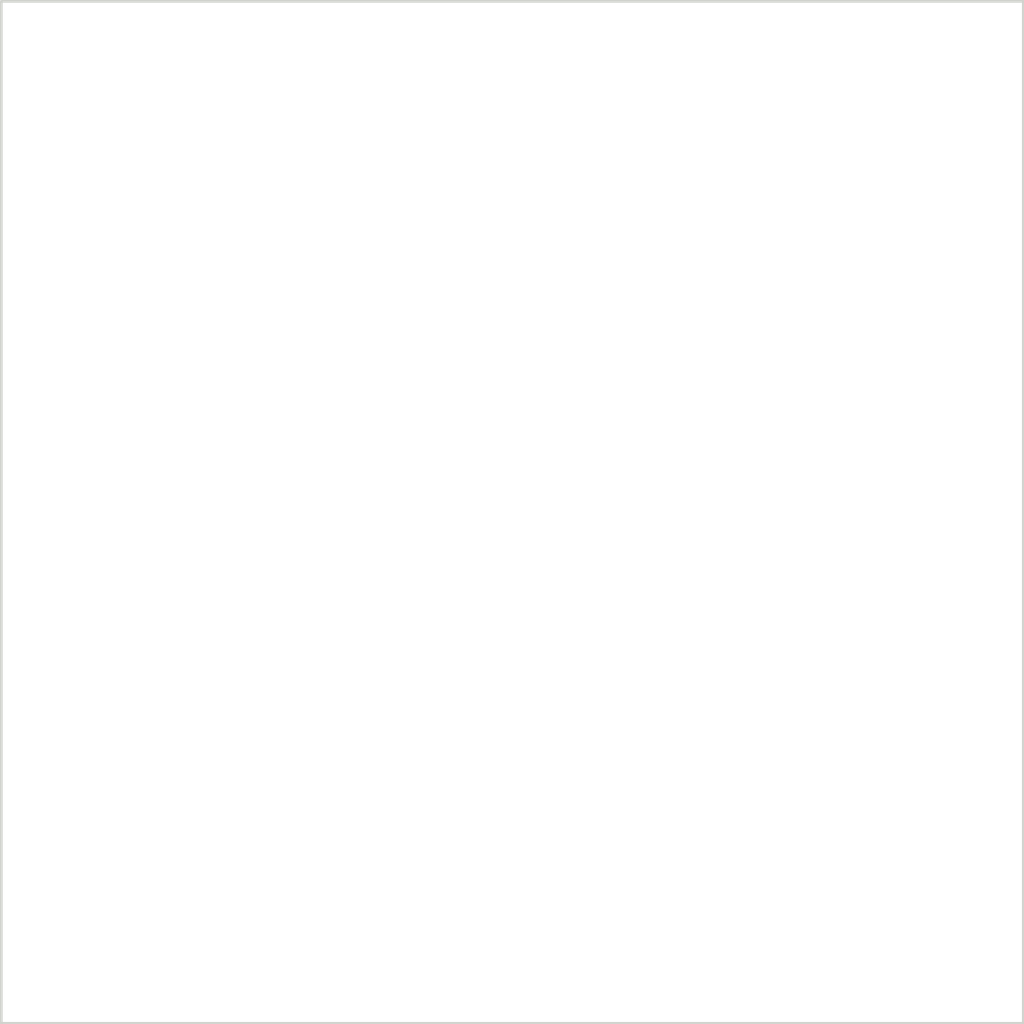
<source format=kicad_pcb>
(kicad_pcb
	(version 20241229)
	(generator "pcbnew")
	(generator_version "9.0")
	(general
		(thickness 1.6)
		(legacy_teardrops no)
	)
	(paper "A4")
	(layers
		(0 "F.Cu" signal)
		(2 "B.Cu" signal)
		(9 "F.Adhes" user "F.Adhesive")
		(11 "B.Adhes" user "B.Adhesive")
		(13 "F.Paste" user)
		(15 "B.Paste" user)
		(5 "F.SilkS" user "F.Silkscreen")
		(7 "B.SilkS" user "B.Silkscreen")
		(1 "F.Mask" user)
		(3 "B.Mask" user)
		(17 "Dwgs.User" user "User.Drawings")
		(19 "Cmts.User" user "User.Comments")
		(21 "Eco1.User" user "User.Eco1")
		(23 "Eco2.User" user "User.Eco2")
		(25 "Edge.Cuts" user)
		(27 "Margin" user)
		(31 "F.CrtYd" user "F.Courtyard")
		(29 "B.CrtYd" user "B.Courtyard")
		(35 "F.Fab" user)
		(33 "B.Fab" user)
		(39 "User.1" user)
		(41 "User.2" user)
		(43 "User.3" user)
		(45 "User.4" user)
		(47 "User.5" user)
		(49 "User.6" user)
		(51 "User.7" user)
		(53 "User.8" user)
		(55 "User.9" user)
	)
	(setup
		(stackup
			(layer "F.SilkS"
				(type "Top Silk Screen")
			)
			(layer "F.Paste"
				(type "Top Solder Paste")
			)
			(layer "F.Mask"
				(type "Top Solder Mask")
				(thickness 0.01)
			)
			(layer "F.Cu"
				(type "copper")
				(thickness 0.035)
			)
			(layer "dielectric 1"
				(type "core")
				(thickness 1.51)
				(material "FR4")
				(epsilon_r 4.5)
				(loss_tangent 0.02)
			)
			(layer "B.Cu"
				(type "copper")
				(thickness 0.035)
			)
			(layer "B.Mask"
				(type "Bottom Solder Mask")
				(thickness 0.01)
			)
			(layer "B.Paste"
				(type "Bottom Solder Paste")
			)
			(layer "B.SilkS"
				(type "Bottom Silk Screen")
			)
			(copper_finish "None")
			(dielectric_constraints no)
		)
		(pad_to_mask_clearance 0)
		(allow_soldermask_bridges_in_footprints no)
		(tenting front back)
		(pcbplotparams
			(layerselection 0x00000000_00000000_55555555_5755f5ff)
			(plot_on_all_layers_selection 0x00000000_00000000_00000000_00000000)
			(disableapertmacros no)
			(usegerberextensions no)
			(usegerberattributes yes)
			(usegerberadvancedattributes yes)
			(creategerberjobfile yes)
			(dashed_line_dash_ratio 12.000000)
			(dashed_line_gap_ratio 3.000000)
			(svgprecision 4)
			(plotframeref no)
			(mode 1)
			(useauxorigin no)
			(hpglpennumber 1)
			(hpglpenspeed 20)
			(hpglpendiameter 15.000000)
			(pdf_front_fp_property_popups yes)
			(pdf_back_fp_property_popups yes)
			(pdf_metadata yes)
			(pdf_single_document no)
			(dxfpolygonmode yes)
			(dxfimperialunits yes)
			(dxfusepcbnewfont yes)
			(psnegative no)
			(psa4output no)
			(plot_black_and_white yes)
			(sketchpadsonfab no)
			(plotpadnumbers no)
			(hidednponfab no)
			(sketchdnponfab yes)
			(crossoutdnponfab yes)
			(subtractmaskfromsilk no)
			(outputformat 1)
			(mirror no)
			(drillshape 1)
			(scaleselection 1)
			(outputdirectory "")
		)
	)
	(net 0 "")
	(gr_rect
		(start 131.445 66.04)
		(end 169.545 104.14)
		(stroke
			(width 0.1)
			(type default)
		)
		(fill no)
		(layer "Edge.Cuts")
		(uuid "22933e27-df13-48a9-b423-a3581a5da029")
	)
	(embedded_fonts no)
)

</source>
